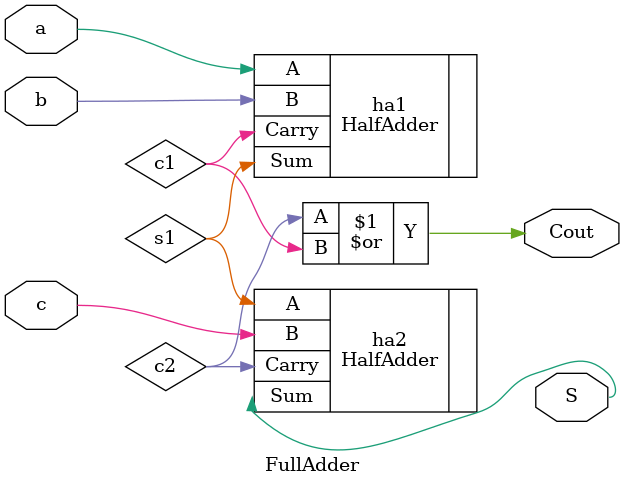
<source format=v>



module FullAdder(
        input a,
        input b,
        input c,
        output S,
        output Cout
    );
wire s1,c1,c2;
HalfAdder ha1(.Sum(s1),
              .Carry(c1),
              .A(a),
              .B(b)
              );
HalfAdder ha2(.Sum(S),
              .Carry(c2),
              .A(s1),
              .B(c)
              );
or(Cout,c2,c1);     
endmodule

</source>
